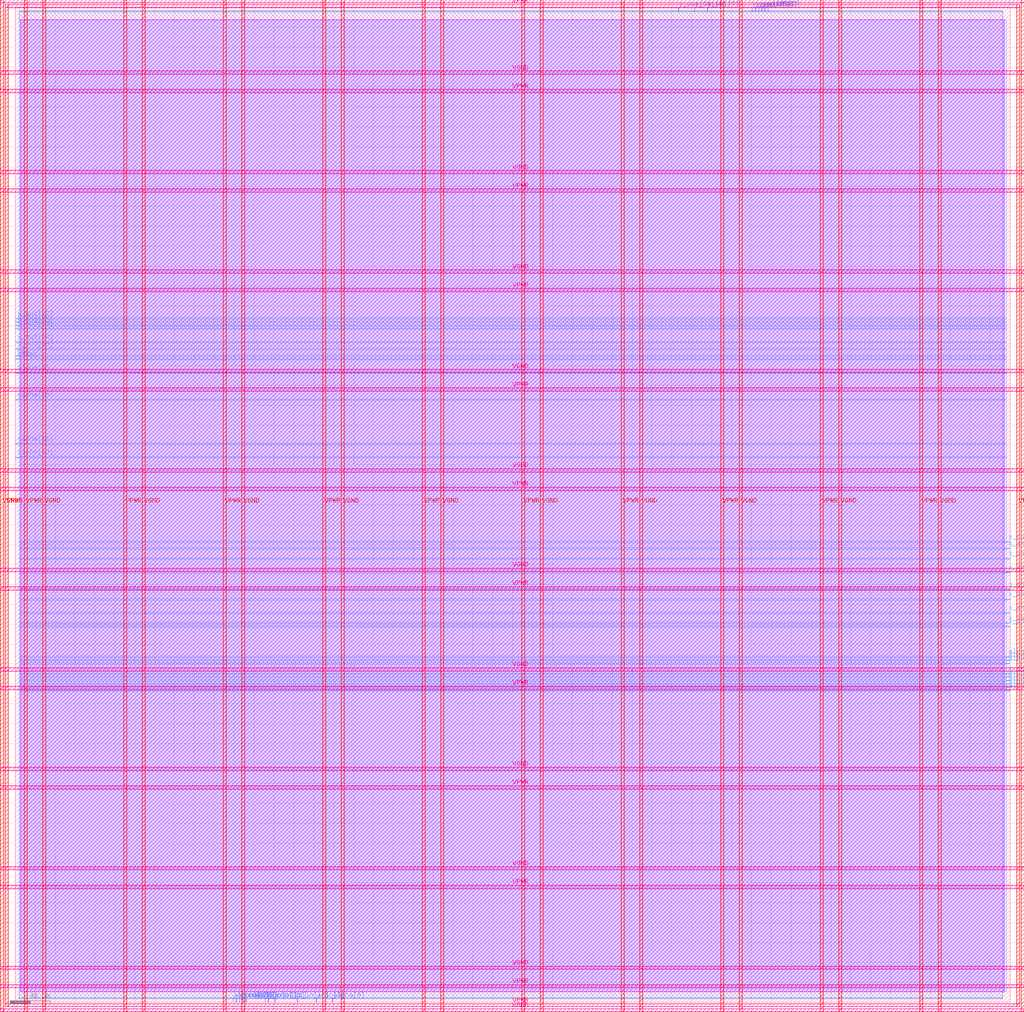
<source format=lef>
VERSION 5.7 ;
  NOWIREEXTENSIONATPIN ON ;
  DIVIDERCHAR "/" ;
  BUSBITCHARS "[]" ;
MACRO dynamic_noise_reduction
  CLASS BLOCK ;
  FOREIGN dynamic_noise_reduction ;
  ORIGIN 0.000 0.000 ;
  SIZE 1000.000 BY 1000.000 ;
  PIN VGND
    DIRECTION INOUT ;
    USE GROUND ;
    PORT
      LAYER met4 ;
        RECT -14.830 -9.470 -11.730 1007.710 ;
    END
    PORT
      LAYER met5 ;
        RECT -14.830 -9.470 1014.410 -6.370 ;
    END
    PORT
      LAYER met5 ;
        RECT -14.830 1004.610 1014.410 1007.710 ;
    END
    PORT
      LAYER met4 ;
        RECT 1011.310 -9.470 1014.410 1007.710 ;
    END
    PORT
      LAYER met4 ;
        RECT 27.570 -9.470 30.670 1007.710 ;
    END
    PORT
      LAYER met4 ;
        RECT 127.570 -9.470 130.670 1007.710 ;
    END
    PORT
      LAYER met4 ;
        RECT 227.570 -9.470 230.670 1007.710 ;
    END
    PORT
      LAYER met4 ;
        RECT 327.570 -9.470 330.670 1007.710 ;
    END
    PORT
      LAYER met4 ;
        RECT 427.570 -9.470 430.670 1007.710 ;
    END
    PORT
      LAYER met4 ;
        RECT 527.570 -9.470 530.670 1007.710 ;
    END
    PORT
      LAYER met4 ;
        RECT 627.570 -9.470 630.670 1007.710 ;
    END
    PORT
      LAYER met4 ;
        RECT 727.570 -9.470 730.670 1007.710 ;
    END
    PORT
      LAYER met4 ;
        RECT 827.570 -9.470 830.670 1007.710 ;
    END
    PORT
      LAYER met4 ;
        RECT 927.570 -9.470 930.670 1007.710 ;
    END
    PORT
      LAYER met5 ;
        RECT -14.830 32.930 1014.410 36.030 ;
    END
    PORT
      LAYER met5 ;
        RECT -14.830 132.930 1014.410 136.030 ;
    END
    PORT
      LAYER met5 ;
        RECT -14.830 232.930 1014.410 236.030 ;
    END
    PORT
      LAYER met5 ;
        RECT -14.830 332.930 1014.410 336.030 ;
    END
    PORT
      LAYER met5 ;
        RECT -14.830 432.930 1014.410 436.030 ;
    END
    PORT
      LAYER met5 ;
        RECT -14.830 532.930 1014.410 536.030 ;
    END
    PORT
      LAYER met5 ;
        RECT -14.830 632.930 1014.410 636.030 ;
    END
    PORT
      LAYER met5 ;
        RECT -14.830 732.930 1014.410 736.030 ;
    END
    PORT
      LAYER met5 ;
        RECT -14.830 832.930 1014.410 836.030 ;
    END
    PORT
      LAYER met5 ;
        RECT -14.830 932.930 1014.410 936.030 ;
    END
  END VGND
  PIN VPWR
    DIRECTION INOUT ;
    USE POWER ;
    PORT
      LAYER met4 ;
        RECT -10.030 -4.670 -6.930 1002.910 ;
    END
    PORT
      LAYER met5 ;
        RECT -10.030 -4.670 1009.610 -1.570 ;
    END
    PORT
      LAYER met5 ;
        RECT -10.030 999.810 1009.610 1002.910 ;
    END
    PORT
      LAYER met4 ;
        RECT 1006.510 -4.670 1009.610 1002.910 ;
    END
    PORT
      LAYER met4 ;
        RECT 8.970 -9.470 12.070 1007.710 ;
    END
    PORT
      LAYER met4 ;
        RECT 108.970 -9.470 112.070 1007.710 ;
    END
    PORT
      LAYER met4 ;
        RECT 208.970 -9.470 212.070 1007.710 ;
    END
    PORT
      LAYER met4 ;
        RECT 308.970 -9.470 312.070 1007.710 ;
    END
    PORT
      LAYER met4 ;
        RECT 408.970 -9.470 412.070 1007.710 ;
    END
    PORT
      LAYER met4 ;
        RECT 508.970 -9.470 512.070 1007.710 ;
    END
    PORT
      LAYER met4 ;
        RECT 608.970 -9.470 612.070 1007.710 ;
    END
    PORT
      LAYER met4 ;
        RECT 708.970 -9.470 712.070 1007.710 ;
    END
    PORT
      LAYER met4 ;
        RECT 808.970 -9.470 812.070 1007.710 ;
    END
    PORT
      LAYER met4 ;
        RECT 908.970 -9.470 912.070 1007.710 ;
    END
    PORT
      LAYER met5 ;
        RECT -14.830 14.330 1014.410 17.430 ;
    END
    PORT
      LAYER met5 ;
        RECT -14.830 114.330 1014.410 117.430 ;
    END
    PORT
      LAYER met5 ;
        RECT -14.830 214.330 1014.410 217.430 ;
    END
    PORT
      LAYER met5 ;
        RECT -14.830 314.330 1014.410 317.430 ;
    END
    PORT
      LAYER met5 ;
        RECT -14.830 414.330 1014.410 417.430 ;
    END
    PORT
      LAYER met5 ;
        RECT -14.830 514.330 1014.410 517.430 ;
    END
    PORT
      LAYER met5 ;
        RECT -14.830 614.330 1014.410 617.430 ;
    END
    PORT
      LAYER met5 ;
        RECT -14.830 714.330 1014.410 717.430 ;
    END
    PORT
      LAYER met5 ;
        RECT -14.830 814.330 1014.410 817.430 ;
    END
    PORT
      LAYER met5 ;
        RECT -14.830 914.330 1014.410 917.430 ;
    END
  END VPWR
  PIN alpha[0]
    DIRECTION INPUT ;
    USE SIGNAL ;
    ANTENNAGATEAREA 0.159000 ;
    PORT
      LAYER met3 ;
        RECT 996.000 340.040 1000.000 340.640 ;
    END
  END alpha[0]
  PIN alpha[10]
    DIRECTION INPUT ;
    USE SIGNAL ;
    ANTENNAGATEAREA 0.426000 ;
    PORT
      LAYER met3 ;
        RECT 0.000 605.240 4.000 605.840 ;
    END
  END alpha[10]
  PIN alpha[11]
    DIRECTION INPUT ;
    USE SIGNAL ;
    ANTENNAGATEAREA 0.213000 ;
    PORT
      LAYER met2 ;
        RECT 254.470 0.000 254.750 4.000 ;
    END
  END alpha[11]
  PIN alpha[12]
    DIRECTION INPUT ;
    USE SIGNAL ;
    ANTENNAGATEAREA 0.247500 ;
    PORT
      LAYER met3 ;
        RECT 0.000 561.040 4.000 561.640 ;
    END
  END alpha[12]
  PIN alpha[13]
    DIRECTION INPUT ;
    USE SIGNAL ;
    ANTENNAGATEAREA 0.159000 ;
    PORT
      LAYER met3 ;
        RECT 0.000 547.440 4.000 548.040 ;
    END
  END alpha[13]
  PIN alpha[14]
    DIRECTION INPUT ;
    USE SIGNAL ;
    ANTENNAGATEAREA 0.247500 ;
    PORT
      LAYER met2 ;
        RECT 219.050 0.000 219.330 4.000 ;
    END
  END alpha[14]
  PIN alpha[15]
    DIRECTION INPUT ;
    USE SIGNAL ;
    ANTENNAGATEAREA 0.159000 ;
    PORT
      LAYER met2 ;
        RECT 222.270 0.000 222.550 4.000 ;
    END
  END alpha[15]
  PIN alpha[1]
    DIRECTION INPUT ;
    USE SIGNAL ;
    ANTENNAGATEAREA 0.159000 ;
    PORT
      LAYER met3 ;
        RECT 996.000 343.440 1000.000 344.040 ;
    END
  END alpha[1]
  PIN alpha[2]
    DIRECTION INPUT ;
    USE SIGNAL ;
    ANTENNAGATEAREA 0.159000 ;
    PORT
      LAYER met3 ;
        RECT 996.000 346.840 1000.000 347.440 ;
    END
  END alpha[2]
  PIN alpha[3]
    DIRECTION INPUT ;
    USE SIGNAL ;
    ANTENNAGATEAREA 0.247500 ;
    PORT
      LAYER met3 ;
        RECT 996.000 319.640 1000.000 320.240 ;
    END
  END alpha[3]
  PIN alpha[4]
    DIRECTION INPUT ;
    USE SIGNAL ;
    ANTENNAGATEAREA 0.126000 ;
    PORT
      LAYER met3 ;
        RECT 996.000 323.040 1000.000 323.640 ;
    END
  END alpha[4]
  PIN alpha[5]
    DIRECTION INPUT ;
    USE SIGNAL ;
    ANTENNAGATEAREA 0.126000 ;
    PORT
      LAYER met3 ;
        RECT 996.000 326.440 1000.000 327.040 ;
    END
  END alpha[5]
  PIN alpha[6]
    DIRECTION INPUT ;
    USE SIGNAL ;
    ANTENNAGATEAREA 0.213000 ;
    PORT
      LAYER met3 ;
        RECT 996.000 312.840 1000.000 313.440 ;
    END
  END alpha[6]
  PIN alpha[7]
    DIRECTION INPUT ;
    USE SIGNAL ;
    ANTENNAGATEAREA 0.213000 ;
    PORT
      LAYER met3 ;
        RECT 996.000 316.240 1000.000 316.840 ;
    END
  END alpha[7]
  PIN alpha[8]
    DIRECTION INPUT ;
    USE SIGNAL ;
    ANTENNAGATEAREA 0.213000 ;
    PORT
      LAYER met2 ;
        RECT 318.870 0.000 319.150 4.000 ;
    END
  END alpha[8]
  PIN alpha[9]
    DIRECTION INPUT ;
    USE SIGNAL ;
    ANTENNAGATEAREA 0.213000 ;
    PORT
      LAYER met3 ;
        RECT 0.000 632.440 4.000 633.040 ;
    END
  END alpha[9]
  PIN clk
    DIRECTION INPUT ;
    USE SIGNAL ;
    ANTENNAGATEAREA 1.286700 ;
    ANTENNADIFFAREA 0.434700 ;
    PORT
      LAYER met3 ;
        RECT 0.000 649.440 4.000 650.040 ;
    END
  END clk
  PIN reset
    DIRECTION INPUT ;
    USE SIGNAL ;
    ANTENNAGATEAREA 0.247500 ;
    PORT
      LAYER met3 ;
        RECT 0.000 646.040 4.000 646.640 ;
    END
  END reset
  PIN x_in[0]
    DIRECTION INPUT ;
    USE SIGNAL ;
    ANTENNAGATEAREA 0.213000 ;
    PORT
      LAYER met3 ;
        RECT 996.000 455.640 1000.000 456.240 ;
    END
  END x_in[0]
  PIN x_in[10]
    DIRECTION INPUT ;
    USE SIGNAL ;
    ANTENNAGATEAREA 0.213000 ;
    PORT
      LAYER met2 ;
        RECT 283.450 0.000 283.730 4.000 ;
    END
  END x_in[10]
  PIN x_in[11]
    DIRECTION INPUT ;
    USE SIGNAL ;
    ANTENNAGATEAREA 0.213000 ;
    PORT
      LAYER met2 ;
        RECT 260.910 0.000 261.190 4.000 ;
    END
  END x_in[11]
  PIN x_in[12]
    DIRECTION INPUT ;
    USE SIGNAL ;
    ANTENNAGATEAREA 0.213000 ;
    PORT
      LAYER met2 ;
        RECT 251.250 0.000 251.530 4.000 ;
    END
  END x_in[12]
  PIN x_in[13]
    DIRECTION INPUT ;
    USE SIGNAL ;
    ANTENNAGATEAREA 0.159000 ;
    PORT
      LAYER met2 ;
        RECT 225.490 0.000 225.770 4.000 ;
    END
  END x_in[13]
  PIN x_in[14]
    DIRECTION INPUT ;
    USE SIGNAL ;
    ANTENNAGATEAREA 0.159000 ;
    PORT
      LAYER met2 ;
        RECT 228.710 0.000 228.990 4.000 ;
    END
  END x_in[14]
  PIN x_in[15]
    DIRECTION INPUT ;
    USE SIGNAL ;
    ANTENNAGATEAREA 0.247500 ;
    PORT
      LAYER met2 ;
        RECT 231.930 0.000 232.210 4.000 ;
    END
  END x_in[15]
  PIN x_in[1]
    DIRECTION INPUT ;
    USE SIGNAL ;
    ANTENNAGATEAREA 0.196500 ;
    PORT
      LAYER met3 ;
        RECT 996.000 445.440 1000.000 446.040 ;
    END
  END x_in[1]
  PIN x_in[2]
    DIRECTION INPUT ;
    USE SIGNAL ;
    ANTENNAGATEAREA 0.196500 ;
    PORT
      LAYER met3 ;
        RECT 996.000 431.840 1000.000 432.440 ;
    END
  END x_in[2]
  PIN x_in[3]
    DIRECTION INPUT ;
    USE SIGNAL ;
    ANTENNAGATEAREA 0.196500 ;
    PORT
      LAYER met3 ;
        RECT 996.000 414.840 1000.000 415.440 ;
    END
  END x_in[3]
  PIN x_in[4]
    DIRECTION INPUT ;
    USE SIGNAL ;
    ANTENNAGATEAREA 0.196500 ;
    PORT
      LAYER met3 ;
        RECT 996.000 404.640 1000.000 405.240 ;
    END
  END x_in[4]
  PIN x_in[5]
    DIRECTION INPUT ;
    USE SIGNAL ;
    ANTENNAGATEAREA 0.196500 ;
    PORT
      LAYER met3 ;
        RECT 996.000 391.040 1000.000 391.640 ;
    END
  END x_in[5]
  PIN x_in[6]
    DIRECTION INPUT ;
    USE SIGNAL ;
    ANTENNAGATEAREA 0.196500 ;
    PORT
      LAYER met3 ;
        RECT 996.000 380.840 1000.000 381.440 ;
    END
  END x_in[6]
  PIN x_in[7]
    DIRECTION INPUT ;
    USE SIGNAL ;
    ANTENNAGATEAREA 0.196500 ;
    PORT
      LAYER met3 ;
        RECT 996.000 377.440 1000.000 378.040 ;
    END
  END x_in[7]
  PIN x_in[8]
    DIRECTION INPUT ;
    USE SIGNAL ;
    ANTENNAGATEAREA 0.126000 ;
    PORT
      LAYER met3 ;
        RECT 996.000 329.840 1000.000 330.440 ;
    END
  END x_in[8]
  PIN x_in[9]
    DIRECTION INPUT ;
    USE SIGNAL ;
    ANTENNAGATEAREA 0.213000 ;
    PORT
      LAYER met2 ;
        RECT 302.770 0.000 303.050 4.000 ;
    END
  END x_in[9]
  PIN y_out[0]
    DIRECTION OUTPUT ;
    USE SIGNAL ;
    ANTENNADIFFAREA 0.445500 ;
    PORT
      LAYER met2 ;
        RECT 740.690 996.000 740.970 1000.000 ;
    END
  END y_out[0]
  PIN y_out[10]
    DIRECTION OUTPUT ;
    USE SIGNAL ;
    ANTENNADIFFAREA 0.445500 ;
    PORT
      LAYER met3 ;
        RECT 0.000 683.440 4.000 684.040 ;
    END
  END y_out[10]
  PIN y_out[11]
    DIRECTION OUTPUT ;
    USE SIGNAL ;
    ANTENNADIFFAREA 0.445500 ;
    PORT
      LAYER met3 ;
        RECT 0.000 680.040 4.000 680.640 ;
    END
  END y_out[11]
  PIN y_out[12]
    DIRECTION OUTPUT ;
    USE SIGNAL ;
    ANTENNADIFFAREA 0.445500 ;
    PORT
      LAYER met3 ;
        RECT 0.000 686.840 4.000 687.440 ;
    END
  END y_out[12]
  PIN y_out[13]
    DIRECTION OUTPUT ;
    USE SIGNAL ;
    ANTENNADIFFAREA 0.445500 ;
    PORT
      LAYER met3 ;
        RECT 0.000 676.640 4.000 677.240 ;
    END
  END y_out[13]
  PIN y_out[14]
    DIRECTION OUTPUT ;
    USE SIGNAL ;
    ANTENNADIFFAREA 0.445500 ;
    PORT
      LAYER met3 ;
        RECT 0.000 663.040 4.000 663.640 ;
    END
  END y_out[14]
  PIN y_out[15]
    DIRECTION OUTPUT ;
    USE SIGNAL ;
    ANTENNADIFFAREA 0.445500 ;
    PORT
      LAYER met3 ;
        RECT 0.000 656.240 4.000 656.840 ;
    END
  END y_out[15]
  PIN y_out[1]
    DIRECTION OUTPUT ;
    USE SIGNAL ;
    ANTENNADIFFAREA 0.445500 ;
    PORT
      LAYER met3 ;
        RECT 996.000 462.440 1000.000 463.040 ;
    END
  END y_out[1]
  PIN y_out[2]
    DIRECTION OUTPUT ;
    USE SIGNAL ;
    ANTENNADIFFAREA 0.445500 ;
    PORT
      LAYER met2 ;
        RECT 756.790 996.000 757.070 1000.000 ;
    END
  END y_out[2]
  PIN y_out[3]
    DIRECTION OUTPUT ;
    USE SIGNAL ;
    ANTENNADIFFAREA 0.445500 ;
    PORT
      LAYER met2 ;
        RECT 753.570 996.000 753.850 1000.000 ;
    END
  END y_out[3]
  PIN y_out[4]
    DIRECTION OUTPUT ;
    USE SIGNAL ;
    ANTENNADIFFAREA 0.445500 ;
    PORT
      LAYER met2 ;
        RECT 750.350 996.000 750.630 1000.000 ;
    END
  END y_out[4]
  PIN y_out[5]
    DIRECTION OUTPUT ;
    USE SIGNAL ;
    ANTENNADIFFAREA 0.445500 ;
    PORT
      LAYER met2 ;
        RECT 747.130 996.000 747.410 1000.000 ;
    END
  END y_out[5]
  PIN y_out[6]
    DIRECTION OUTPUT ;
    USE SIGNAL ;
    ANTENNADIFFAREA 0.445500 ;
    PORT
      LAYER met2 ;
        RECT 743.910 996.000 744.190 1000.000 ;
    END
  END y_out[6]
  PIN y_out[7]
    DIRECTION OUTPUT ;
    USE SIGNAL ;
    ANTENNADIFFAREA 0.445500 ;
    PORT
      LAYER met2 ;
        RECT 695.610 996.000 695.890 1000.000 ;
    END
  END y_out[7]
  PIN y_out[8]
    DIRECTION OUTPUT ;
    USE SIGNAL ;
    ANTENNADIFFAREA 0.445500 ;
    PORT
      LAYER met2 ;
        RECT 682.730 996.000 683.010 1000.000 ;
    END
  END y_out[8]
  PIN y_out[9]
    DIRECTION OUTPUT ;
    USE SIGNAL ;
    ANTENNADIFFAREA 0.445500 ;
    PORT
      LAYER met2 ;
        RECT 666.630 996.000 666.910 1000.000 ;
    END
  END y_out[9]
  OBS
      LAYER nwell ;
        RECT 5.330 10.795 994.250 987.550 ;
      LAYER li1 ;
        RECT 5.520 10.795 994.060 987.445 ;
      LAYER met1 ;
        RECT 4.210 10.640 994.060 987.600 ;
      LAYER met2 ;
        RECT 4.230 995.720 666.350 996.610 ;
        RECT 667.190 995.720 682.450 996.610 ;
        RECT 683.290 995.720 695.330 996.610 ;
        RECT 696.170 995.720 740.410 996.610 ;
        RECT 741.250 995.720 743.630 996.610 ;
        RECT 744.470 995.720 746.850 996.610 ;
        RECT 747.690 995.720 750.070 996.610 ;
        RECT 750.910 995.720 753.290 996.610 ;
        RECT 754.130 995.720 756.510 996.610 ;
        RECT 757.350 995.720 992.590 996.610 ;
        RECT 4.230 4.280 992.590 995.720 ;
        RECT 4.230 3.670 218.770 4.280 ;
        RECT 219.610 3.670 221.990 4.280 ;
        RECT 222.830 3.670 225.210 4.280 ;
        RECT 226.050 3.670 228.430 4.280 ;
        RECT 229.270 3.670 231.650 4.280 ;
        RECT 232.490 3.670 250.970 4.280 ;
        RECT 251.810 3.670 254.190 4.280 ;
        RECT 255.030 3.670 260.630 4.280 ;
        RECT 261.470 3.670 283.170 4.280 ;
        RECT 284.010 3.670 302.490 4.280 ;
        RECT 303.330 3.670 318.590 4.280 ;
        RECT 319.430 3.670 992.590 4.280 ;
      LAYER met3 ;
        RECT 3.990 687.840 996.000 987.525 ;
        RECT 4.400 686.440 996.000 687.840 ;
        RECT 3.990 684.440 996.000 686.440 ;
        RECT 4.400 683.040 996.000 684.440 ;
        RECT 3.990 681.040 996.000 683.040 ;
        RECT 4.400 679.640 996.000 681.040 ;
        RECT 3.990 677.640 996.000 679.640 ;
        RECT 4.400 676.240 996.000 677.640 ;
        RECT 3.990 664.040 996.000 676.240 ;
        RECT 4.400 662.640 996.000 664.040 ;
        RECT 3.990 657.240 996.000 662.640 ;
        RECT 4.400 655.840 996.000 657.240 ;
        RECT 3.990 650.440 996.000 655.840 ;
        RECT 4.400 649.040 996.000 650.440 ;
        RECT 3.990 647.040 996.000 649.040 ;
        RECT 4.400 645.640 996.000 647.040 ;
        RECT 3.990 633.440 996.000 645.640 ;
        RECT 4.400 632.040 996.000 633.440 ;
        RECT 3.990 606.240 996.000 632.040 ;
        RECT 4.400 604.840 996.000 606.240 ;
        RECT 3.990 562.040 996.000 604.840 ;
        RECT 4.400 560.640 996.000 562.040 ;
        RECT 3.990 548.440 996.000 560.640 ;
        RECT 4.400 547.040 996.000 548.440 ;
        RECT 3.990 463.440 996.000 547.040 ;
        RECT 3.990 462.040 995.600 463.440 ;
        RECT 3.990 456.640 996.000 462.040 ;
        RECT 3.990 455.240 995.600 456.640 ;
        RECT 3.990 446.440 996.000 455.240 ;
        RECT 3.990 445.040 995.600 446.440 ;
        RECT 3.990 432.840 996.000 445.040 ;
        RECT 3.990 431.440 995.600 432.840 ;
        RECT 3.990 415.840 996.000 431.440 ;
        RECT 3.990 414.440 995.600 415.840 ;
        RECT 3.990 405.640 996.000 414.440 ;
        RECT 3.990 404.240 995.600 405.640 ;
        RECT 3.990 392.040 996.000 404.240 ;
        RECT 3.990 390.640 995.600 392.040 ;
        RECT 3.990 381.840 996.000 390.640 ;
        RECT 3.990 380.440 995.600 381.840 ;
        RECT 3.990 378.440 996.000 380.440 ;
        RECT 3.990 377.040 995.600 378.440 ;
        RECT 3.990 347.840 996.000 377.040 ;
        RECT 3.990 346.440 995.600 347.840 ;
        RECT 3.990 344.440 996.000 346.440 ;
        RECT 3.990 343.040 995.600 344.440 ;
        RECT 3.990 341.040 996.000 343.040 ;
        RECT 3.990 339.640 995.600 341.040 ;
        RECT 3.990 330.840 996.000 339.640 ;
        RECT 3.990 329.440 995.600 330.840 ;
        RECT 3.990 327.440 996.000 329.440 ;
        RECT 3.990 326.040 995.600 327.440 ;
        RECT 3.990 324.040 996.000 326.040 ;
        RECT 3.990 322.640 995.600 324.040 ;
        RECT 3.990 320.640 996.000 322.640 ;
        RECT 3.990 319.240 995.600 320.640 ;
        RECT 3.990 317.240 996.000 319.240 ;
        RECT 3.990 315.840 995.600 317.240 ;
        RECT 3.990 313.840 996.000 315.840 ;
        RECT 3.990 312.440 995.600 313.840 ;
        RECT 3.990 10.715 996.000 312.440 ;
  END
END dynamic_noise_reduction
END LIBRARY


</source>
